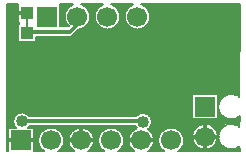
<source format=gbl>
G04 DipTrace 2.4.0.2*
%INSquishyDuino.gbl*%
%MOIN*%
%ADD13C,0.013*%
%ADD14C,0.0061*%
%ADD15R,0.0394X0.0433*%
%ADD16R,0.0669X0.0669*%
%ADD17C,0.0669*%
%ADD22C,0.04*%
%FSLAX44Y44*%
G04*
G70*
G90*
G75*
G01*
%LNBottom*%
%LPD*%
X8661Y5107D2*
D13*
Y5121D1*
X4628D1*
X4786Y8063D2*
X4834D1*
X4790Y8107D1*
X6223D1*
X6411Y8294D1*
Y8545D1*
X6473Y8607D1*
X4786Y8063D2*
D14*
Y8732D1*
D22*
X8661Y5107D3*
X4628Y5121D3*
D3*
X10941Y8308D3*
Y8808D3*
X9566D3*
Y8308D3*
X11503D3*
Y8808D3*
X11661Y6919D3*
X9065Y8808D3*
Y8308D3*
X4125Y8956D2*
D14*
X4488D1*
X5908D2*
X6216D1*
X6730D2*
X7216D1*
X7730D2*
X8217D1*
X8730D2*
X11871D1*
X4125Y8896D2*
X4488D1*
X5908D2*
X6149D1*
X6797D2*
X7149D1*
X7797D2*
X8149D1*
X8797D2*
X11871D1*
X4125Y8835D2*
X4488D1*
X5908D2*
X6104D1*
X6843D2*
X7104D1*
X7843D2*
X8104D1*
X8843D2*
X11871D1*
X4125Y8775D2*
X4488D1*
X5908D2*
X6072D1*
X6874D2*
X7072D1*
X7874D2*
X8072D1*
X8873D2*
X11871D1*
X4125Y8715D2*
X4488D1*
X5908D2*
X6051D1*
X6895D2*
X7051D1*
X7895D2*
X8051D1*
X8895D2*
X11871D1*
X4125Y8655D2*
X4488D1*
X5908D2*
X6041D1*
X6905D2*
X7041D1*
X7905D2*
X8041D1*
X8905D2*
X11871D1*
X4125Y8595D2*
X4488D1*
X5908D2*
X6038D1*
X6908D2*
X7038D1*
X7908D2*
X8038D1*
X8908D2*
X11871D1*
X4125Y8535D2*
X4488D1*
X5908D2*
X6044D1*
X6902D2*
X7044D1*
X7902D2*
X8044D1*
X8902D2*
X11871D1*
X4125Y8475D2*
X4488D1*
X5908D2*
X6059D1*
X6887D2*
X7059D1*
X7887D2*
X8059D1*
X8888D2*
X11871D1*
X4125Y8415D2*
X4531D1*
X5908D2*
X6083D1*
X6863D2*
X7083D1*
X7863D2*
X8083D1*
X8863D2*
X11871D1*
X4125Y8355D2*
X4488D1*
X5908D2*
X6120D1*
X6827D2*
X7119D1*
X7827D2*
X8120D1*
X8826D2*
X11871D1*
X4125Y8295D2*
X4488D1*
X5908D2*
X6173D1*
X6773D2*
X7173D1*
X7774D2*
X8173D1*
X8774D2*
X11871D1*
X4125Y8234D2*
X4488D1*
X6692D2*
X7254D1*
X7692D2*
X8254D1*
X8692D2*
X11871D1*
X4125Y8174D2*
X4488D1*
X6509D2*
X11871D1*
X4125Y8114D2*
X4488D1*
X6448D2*
X11871D1*
X4125Y8054D2*
X4488D1*
X6388D2*
X11871D1*
X4125Y7994D2*
X4488D1*
X6329D2*
X11871D1*
X4125Y7934D2*
X4488D1*
X6268D2*
X11871D1*
X4125Y7874D2*
X4488D1*
X5083D2*
X11871D1*
X4125Y7814D2*
X4488D1*
X5083D2*
X11871D1*
X4125Y7754D2*
X4488D1*
X5083D2*
X11871D1*
X4125Y7694D2*
X11871D1*
X4125Y7633D2*
X11871D1*
X4125Y7573D2*
X11871D1*
X4125Y7513D2*
X11871D1*
X4125Y7453D2*
X11871D1*
X4125Y7393D2*
X11871D1*
X4125Y7333D2*
X11871D1*
X4125Y7273D2*
X11871D1*
X4125Y7213D2*
X11871D1*
X4125Y7153D2*
X11871D1*
X4125Y7092D2*
X11871D1*
X4125Y7032D2*
X11871D1*
X4125Y6972D2*
X11871D1*
X4125Y6912D2*
X11871D1*
X4125Y6852D2*
X11871D1*
X4125Y6792D2*
X11871D1*
X4125Y6732D2*
X11871D1*
X4125Y6672D2*
X11871D1*
X4125Y6612D2*
X11871D1*
X4125Y6552D2*
X11871D1*
X4125Y6491D2*
X11871D1*
X4125Y6431D2*
X11871D1*
X4125Y6371D2*
X11871D1*
X4125Y6311D2*
X11871D1*
X4125Y6251D2*
X11871D1*
X4125Y6191D2*
X11871D1*
X4125Y6131D2*
X11871D1*
X4125Y6071D2*
X11871D1*
X4125Y6011D2*
X10289D1*
X11159D2*
X11451D1*
X11748D2*
X11871D1*
X4125Y5950D2*
X10289D1*
X11159D2*
X11339D1*
X4125Y5890D2*
X10289D1*
X11159D2*
X11274D1*
X4125Y5830D2*
X10289D1*
X11159D2*
X11230D1*
X4125Y5770D2*
X10289D1*
X11159D2*
X11200D1*
X4125Y5710D2*
X10289D1*
X11159D2*
X11179D1*
X4125Y5650D2*
X10289D1*
X4125Y5590D2*
X10289D1*
X4125Y5530D2*
X10289D1*
X4125Y5470D2*
X10289D1*
X11159D2*
X11190D1*
X4125Y5410D2*
X4565D1*
X4690D2*
X10289D1*
X11159D2*
X11217D1*
X4125Y5349D2*
X4436D1*
X4819D2*
X8488D1*
X8834D2*
X10289D1*
X11159D2*
X11256D1*
X4125Y5289D2*
X4381D1*
X4876D2*
X8424D1*
X8898D2*
X10289D1*
X11159D2*
X11313D1*
X4125Y5229D2*
X4348D1*
X8935D2*
X10289D1*
X11159D2*
X11402D1*
X11797D2*
X11871D1*
X4125Y5169D2*
X4332D1*
X8955D2*
X11871D1*
X4125Y5109D2*
X4328D1*
X8962D2*
X11871D1*
X4125Y5049D2*
X4336D1*
X8956D2*
X11871D1*
X4125Y4989D2*
X4359D1*
X8937D2*
X10518D1*
X10931D2*
X11400D1*
X11798D2*
X11871D1*
X4125Y4929D2*
X4399D1*
X4857D2*
X8420D1*
X8901D2*
X10431D1*
X11017D2*
X11312D1*
X4125Y4869D2*
X4163D1*
X5033D2*
X5406D1*
X5789D2*
X6406D1*
X6789D2*
X7406D1*
X7789D2*
X8406D1*
X8840D2*
X9406D1*
X9790D2*
X10376D1*
X11073D2*
X11256D1*
X4125Y4808D2*
X4163D1*
X5033D2*
X5313D1*
X5882D2*
X6314D1*
X6882D2*
X7314D1*
X7882D2*
X8314D1*
X8882D2*
X9314D1*
X9882D2*
X10338D1*
X11110D2*
X11217D1*
X4125Y4748D2*
X4163D1*
X5033D2*
X5256D1*
X5940D2*
X6256D1*
X6940D2*
X7256D1*
X7940D2*
X8256D1*
X8941D2*
X9256D1*
X9941D2*
X10312D1*
X11136D2*
X11191D1*
X4125Y4688D2*
X4163D1*
X5033D2*
X5216D1*
X5980D2*
X6215D1*
X6980D2*
X7215D1*
X7980D2*
X8215D1*
X8980D2*
X9215D1*
X9980D2*
X10297D1*
X11153D2*
X11175D1*
X4125Y4628D2*
X4163D1*
X5033D2*
X5189D1*
X6007D2*
X6189D1*
X7007D2*
X7189D1*
X8008D2*
X8188D1*
X9008D2*
X9188D1*
X10008D2*
X10289D1*
X4125Y4568D2*
X4163D1*
X5033D2*
X5171D1*
X6024D2*
X6171D1*
X7024D2*
X7171D1*
X8024D2*
X8171D1*
X9024D2*
X9171D1*
X10024D2*
X10291D1*
X4125Y4508D2*
X4163D1*
X5033D2*
X5164D1*
X6032D2*
X6164D1*
X7032D2*
X7164D1*
X8033D2*
X8164D1*
X9033D2*
X9163D1*
X10033D2*
X10302D1*
X11148D2*
X11180D1*
X4125Y4448D2*
X4163D1*
X5033D2*
X5164D1*
X6032D2*
X6164D1*
X7032D2*
X7164D1*
X8032D2*
X8165D1*
X9032D2*
X9164D1*
X10032D2*
X10321D1*
X11128D2*
X11200D1*
X4125Y4388D2*
X4163D1*
X5033D2*
X5173D1*
X6022D2*
X6173D1*
X7023D2*
X7173D1*
X8023D2*
X8173D1*
X9023D2*
X9173D1*
X10023D2*
X10351D1*
X11098D2*
X11230D1*
X4125Y4328D2*
X4163D1*
X5033D2*
X5192D1*
X6005D2*
X6191D1*
X7005D2*
X7191D1*
X8005D2*
X8191D1*
X9005D2*
X9191D1*
X10005D2*
X10395D1*
X11054D2*
X11275D1*
X4125Y4268D2*
X4163D1*
X5033D2*
X5220D1*
X5976D2*
X6220D1*
X6976D2*
X7220D1*
X7976D2*
X8220D1*
X8976D2*
X9220D1*
X9976D2*
X10459D1*
X10990D2*
X11340D1*
X4125Y4207D2*
X4163D1*
X5033D2*
X5262D1*
X5934D2*
X6262D1*
X6934D2*
X7261D1*
X7934D2*
X8261D1*
X8934D2*
X9261D1*
X9934D2*
X10568D1*
X10880D2*
X11453D1*
X11745D2*
X11871D1*
X4125Y4147D2*
X4163D1*
X5033D2*
X5323D1*
X5873D2*
X6323D1*
X6874D2*
X7323D1*
X7874D2*
X8323D1*
X8873D2*
X9323D1*
X9873D2*
X11871D1*
X4175Y4911D2*
X4421D1*
X4392Y4945D1*
X4375Y4970D1*
X4360Y4997D1*
X4349Y5026D1*
X4341Y5055D1*
X4335Y5086D1*
X4333Y5116D1*
X4335Y5147D1*
X4339Y5177D1*
X4346Y5207D1*
X4357Y5236D1*
X4370Y5264D1*
X4387Y5290D1*
X4406Y5314D1*
X4427Y5336D1*
X4450Y5356D1*
X4476Y5373D1*
X4503Y5387D1*
X4531Y5399D1*
X4561Y5407D1*
X4591Y5413D1*
X4622Y5415D1*
X4652Y5414D1*
X4683Y5410D1*
X4713Y5403D1*
X4741Y5392D1*
X4769Y5379D1*
X4795Y5363D1*
X4820Y5344D1*
X4842Y5323D1*
X4875Y5280D1*
X8423D1*
X8438Y5300D1*
X8460Y5322D1*
X8483Y5342D1*
X8509Y5359D1*
X8536Y5374D1*
X8564Y5385D1*
X8594Y5394D1*
X8624Y5399D1*
X8655Y5401D1*
X8685Y5400D1*
X8716Y5396D1*
X8745Y5389D1*
X8774Y5379D1*
X8802Y5365D1*
X8828Y5349D1*
X8852Y5331D1*
X8875Y5309D1*
X8895Y5286D1*
X8912Y5261D1*
X8927Y5234D1*
X8938Y5205D1*
X8947Y5176D1*
X8953Y5146D1*
X8955Y5107D1*
X8954Y5076D1*
X8949Y5046D1*
X8941Y5016D1*
X8930Y4988D1*
X8916Y4960D1*
X8900Y4934D1*
X8880Y4910D1*
X8859Y4889D1*
X8812Y4854D1*
X8854Y4826D1*
X8892Y4795D1*
X8926Y4759D1*
X8955Y4720D1*
X8980Y4677D1*
X9000Y4633D1*
X9014Y4586D1*
X9024Y4537D1*
X9027Y4488D1*
X9025Y4439D1*
X9017Y4390D1*
X9004Y4343D1*
X8986Y4297D1*
X8962Y4254D1*
X8934Y4214D1*
X8901Y4178D1*
X8864Y4145D1*
X8827Y4119D1*
X9369D1*
X9315Y4159D1*
X9272Y4202D1*
X9236Y4251D1*
X9207Y4305D1*
X9185Y4363D1*
X9173Y4423D1*
X9169Y4484D1*
X9174Y4545D1*
X9187Y4605D1*
X9209Y4663D1*
X9239Y4716D1*
X9276Y4765D1*
X9320Y4808D1*
X9369Y4845D1*
X9423Y4874D1*
X9481Y4895D1*
X9541Y4907D1*
X9602Y4911D1*
X9663Y4906D1*
X9723Y4892D1*
X9780Y4870D1*
X9834Y4840D1*
X9883Y4803D1*
X9926Y4759D1*
X9962Y4709D1*
X9990Y4655D1*
X10011Y4598D1*
X10024Y4537D1*
X10027Y4482D1*
X10023Y4420D1*
X10010Y4360D1*
X9988Y4303D1*
X9959Y4249D1*
X9922Y4200D1*
X9879Y4157D1*
X9827Y4119D1*
X11877D1*
X11875Y4285D1*
X11826Y4249D1*
X11772Y4220D1*
X11714Y4199D1*
X11654Y4187D1*
X11593Y4184D1*
X11531Y4189D1*
X11472Y4203D1*
X11415Y4226D1*
X11361Y4256D1*
X11313Y4294D1*
X11271Y4339D1*
X11235Y4389D1*
X11207Y4443D1*
X11188Y4502D1*
X11176Y4562D1*
X11174Y4623D1*
X11180Y4684D1*
X11195Y4744D1*
X11219Y4800D1*
X11250Y4853D1*
X11289Y4901D1*
X11334Y4942D1*
X11385Y4977D1*
X11440Y5004D1*
X11498Y5023D1*
X11559Y5033D1*
X11620Y5035D1*
X11681Y5027D1*
X11740Y5011D1*
X11796Y4987D1*
X11849Y4955D1*
X11876Y4933D1*
X11877Y5286D1*
X11826Y5249D1*
X11772Y5220D1*
X11714Y5199D1*
X11654Y5187D1*
X11593Y5184D1*
X11531Y5189D1*
X11472Y5203D1*
X11415Y5226D1*
X11361Y5256D1*
X11313Y5294D1*
X11271Y5339D1*
X11235Y5389D1*
X11207Y5443D1*
X11188Y5502D1*
X11176Y5562D1*
X11174Y5623D1*
X11180Y5684D1*
X11195Y5744D1*
X11219Y5800D1*
X11250Y5853D1*
X11289Y5901D1*
X11334Y5942D1*
X11385Y5977D1*
X11440Y6004D1*
X11498Y6023D1*
X11559Y6033D1*
X11620Y6035D1*
X11681Y6027D1*
X11740Y6011D1*
X11796Y5987D1*
X11849Y5955D1*
X11876Y5933D1*
X11877Y8940D1*
Y9016D1*
X8603D1*
X8655Y8996D1*
X8709Y8966D1*
X8758Y8928D1*
X8801Y8884D1*
X8837Y8835D1*
X8866Y8781D1*
X8886Y8723D1*
X8899Y8663D1*
X8902Y8607D1*
X8898Y8546D1*
X8885Y8486D1*
X8863Y8428D1*
X8834Y8375D1*
X8797Y8325D1*
X8754Y8282D1*
X8704Y8245D1*
X8650Y8216D1*
X8593Y8195D1*
X8533Y8182D1*
X8472Y8178D1*
X8411Y8182D1*
X8351Y8196D1*
X8293Y8217D1*
X8239Y8247D1*
X8190Y8284D1*
X8147Y8328D1*
X8111Y8377D1*
X8082Y8431D1*
X8061Y8488D1*
X8048Y8549D1*
X8044Y8610D1*
X8049Y8671D1*
X8062Y8731D1*
X8084Y8788D1*
X8114Y8842D1*
X8151Y8891D1*
X8195Y8934D1*
X8244Y8970D1*
X8298Y8999D1*
X8342Y9016D1*
X7604D1*
X7655Y8996D1*
X7709Y8966D1*
X7758Y8928D1*
X7801Y8884D1*
X7837Y8835D1*
X7866Y8781D1*
X7886Y8723D1*
X7899Y8663D1*
X7902Y8607D1*
X7898Y8546D1*
X7885Y8486D1*
X7863Y8428D1*
X7834Y8375D1*
X7797Y8325D1*
X7754Y8282D1*
X7704Y8245D1*
X7650Y8216D1*
X7593Y8195D1*
X7533Y8182D1*
X7472Y8178D1*
X7411Y8182D1*
X7351Y8196D1*
X7293Y8217D1*
X7239Y8247D1*
X7190Y8284D1*
X7147Y8328D1*
X7111Y8377D1*
X7082Y8431D1*
X7061Y8488D1*
X7048Y8549D1*
X7044Y8610D1*
X7049Y8671D1*
X7062Y8731D1*
X7084Y8788D1*
X7114Y8842D1*
X7151Y8891D1*
X7195Y8934D1*
X7244Y8970D1*
X7298Y8999D1*
X7342Y9016D1*
X6604D1*
X6655Y8996D1*
X6709Y8966D1*
X6758Y8928D1*
X6801Y8884D1*
X6837Y8835D1*
X6866Y8781D1*
X6886Y8723D1*
X6899Y8663D1*
X6902Y8607D1*
X6898Y8546D1*
X6885Y8486D1*
X6863Y8428D1*
X6834Y8375D1*
X6797Y8325D1*
X6754Y8282D1*
X6704Y8245D1*
X6650Y8216D1*
X6593Y8195D1*
X6533Y8182D1*
X6507Y8179D1*
X6267Y7938D1*
X6240Y7923D1*
X6223Y7920D1*
X5077D1*
Y7751D1*
X4494D1*
Y8374D1*
X4538D1*
X4537Y8421D1*
X4494D1*
Y9016D1*
X4119Y9015D1*
Y4119D1*
X4169Y4120D1*
Y4911D1*
X4175D1*
X10326Y6039D2*
X11154D1*
Y5180D1*
X10295D1*
Y6039D1*
X10326D1*
X11154Y4603D2*
X11150Y4554D1*
X11141Y4506D1*
X11126Y4459D1*
X11107Y4414D1*
X11082Y4372D1*
X11052Y4333D1*
X11019Y4297D1*
X10981Y4265D1*
X10940Y4238D1*
X10896Y4216D1*
X10850Y4199D1*
X10802Y4187D1*
X10754Y4181D1*
X10705D1*
X10656Y4186D1*
X10608Y4196D1*
X10561Y4212D1*
X10517Y4234D1*
X10476Y4260D1*
X10437Y4290D1*
X10403Y4325D1*
X10372Y4364D1*
X10347Y4406D1*
X10326Y4450D1*
X10310Y4497D1*
X10300Y4545D1*
X10295Y4594D1*
X10296Y4643D1*
X10303Y4692D1*
X10315Y4739D1*
X10333Y4785D1*
X10355Y4829D1*
X10383Y4869D1*
X10415Y4907D1*
X10451Y4940D1*
X10490Y4969D1*
X10533Y4994D1*
X10578Y5013D1*
X10625Y5027D1*
X10673Y5036D1*
X10722Y5039D1*
X10771Y5036D1*
X10820Y5028D1*
X10867Y5014D1*
X10912Y4995D1*
X10955Y4971D1*
X10995Y4943D1*
X11031Y4910D1*
X11064Y4873D1*
X11091Y4832D1*
X11114Y4789D1*
X11132Y4743D1*
X11145Y4696D1*
X11152Y4647D1*
X11154Y4603D1*
X5902Y9016D2*
Y8293D1*
X6180D1*
X6147Y8328D1*
X6111Y8377D1*
X6082Y8431D1*
X6061Y8488D1*
X6048Y8549D1*
X6044Y8610D1*
X6049Y8671D1*
X6062Y8731D1*
X6084Y8788D1*
X6114Y8842D1*
X6151Y8891D1*
X6195Y8934D1*
X6244Y8970D1*
X6298Y8999D1*
X6342Y9016D1*
X5903D1*
X4876Y4962D2*
X4847Y4924D1*
X4835Y4911D1*
X5027D1*
Y4118D1*
X5369Y4119D1*
X5315Y4159D1*
X5272Y4202D1*
X5236Y4251D1*
X5207Y4305D1*
X5185Y4363D1*
X5173Y4423D1*
X5169Y4484D1*
X5174Y4545D1*
X5187Y4605D1*
X5209Y4663D1*
X5239Y4716D1*
X5276Y4765D1*
X5320Y4808D1*
X5369Y4845D1*
X5423Y4874D1*
X5481Y4895D1*
X5541Y4907D1*
X5602Y4911D1*
X5663Y4906D1*
X5723Y4892D1*
X5780Y4870D1*
X5834Y4840D1*
X5883Y4803D1*
X5926Y4759D1*
X5962Y4709D1*
X5990Y4655D1*
X6011Y4598D1*
X6024Y4537D1*
X6027Y4482D1*
X6023Y4420D1*
X6010Y4360D1*
X5988Y4303D1*
X5959Y4249D1*
X5922Y4200D1*
X5879Y4157D1*
X5827Y4119D1*
X6369D1*
X6325Y4151D1*
X6289Y4184D1*
X6257Y4221D1*
X6229Y4262D1*
X6207Y4305D1*
X6189Y4351D1*
X6177Y4399D1*
X6170Y4448D1*
X6169Y4497D1*
X6174Y4545D1*
X6184Y4594D1*
X6199Y4640D1*
X6220Y4685D1*
X6245Y4727D1*
X6276Y4765D1*
X6310Y4800D1*
X6349Y4831D1*
X6390Y4857D1*
X6434Y4878D1*
X6481Y4895D1*
X6529Y4905D1*
X6578Y4910D1*
X6627D1*
X6675Y4904D1*
X6723Y4892D1*
X6769Y4875D1*
X6813Y4853D1*
X6854Y4826D1*
X6892Y4795D1*
X6926Y4759D1*
X6955Y4720D1*
X6980Y4677D1*
X7000Y4633D1*
X7014Y4586D1*
X7024Y4537D1*
X7027Y4488D1*
X7025Y4439D1*
X7017Y4390D1*
X7004Y4343D1*
X6986Y4297D1*
X6962Y4254D1*
X6934Y4214D1*
X6901Y4178D1*
X6864Y4145D1*
X6827Y4119D1*
X7369D1*
X7315Y4159D1*
X7272Y4202D1*
X7236Y4251D1*
X7207Y4305D1*
X7185Y4363D1*
X7173Y4423D1*
X7169Y4484D1*
X7174Y4545D1*
X7187Y4605D1*
X7209Y4663D1*
X7239Y4716D1*
X7276Y4765D1*
X7320Y4808D1*
X7369Y4845D1*
X7423Y4874D1*
X7481Y4895D1*
X7541Y4907D1*
X7602Y4911D1*
X7663Y4906D1*
X7723Y4892D1*
X7780Y4870D1*
X7834Y4840D1*
X7883Y4803D1*
X7926Y4759D1*
X7962Y4709D1*
X7990Y4655D1*
X8011Y4598D1*
X8024Y4537D1*
X8027Y4482D1*
X8023Y4420D1*
X8010Y4360D1*
X7988Y4303D1*
X7959Y4249D1*
X7922Y4200D1*
X7879Y4157D1*
X7827Y4119D1*
X8369D1*
X8325Y4151D1*
X8289Y4184D1*
X8257Y4221D1*
X8229Y4262D1*
X8207Y4305D1*
X8189Y4351D1*
X8177Y4399D1*
X8170Y4448D1*
X8169Y4497D1*
X8174Y4545D1*
X8184Y4594D1*
X8199Y4640D1*
X8220Y4685D1*
X8245Y4727D1*
X8276Y4765D1*
X8310Y4800D1*
X8349Y4831D1*
X8390Y4857D1*
X8434Y4878D1*
X8463Y4889D1*
X8424Y4931D1*
X8405Y4961D1*
X4875D1*
X4847Y4924D1*
X4835Y4911D1*
X4421D2*
X4392Y4945D1*
X4375Y4970D1*
X4360Y4997D1*
X4349Y5026D1*
X4341Y5055D1*
X4335Y5086D1*
X4333Y5116D1*
X4335Y5147D1*
X4339Y5177D1*
X4346Y5207D1*
X4357Y5236D1*
X4370Y5264D1*
X4387Y5290D1*
X4406Y5314D1*
X4427Y5336D1*
X4450Y5356D1*
X4476Y5373D1*
X4503Y5387D1*
X4531Y5399D1*
X4561Y5407D1*
X4591Y5413D1*
X4622Y5415D1*
X4652Y5414D1*
X4683Y5410D1*
X4713Y5403D1*
X4741Y5392D1*
X4769Y5379D1*
X4795Y5363D1*
X4820Y5344D1*
X4842Y5323D1*
X4875Y5280D1*
X4169Y4482D2*
D13*
X5027D1*
X6598Y4911D2*
Y4482D1*
X6169D2*
X7027D1*
X8169D2*
X9027D1*
X10724Y5039D2*
Y4180D1*
X10295Y4609D2*
X11154D1*
X4494Y8732D2*
X4786D1*
D16*
X4598Y4482D3*
D17*
X5598D3*
X6598D3*
X7598D3*
X8598D3*
X9598D3*
D16*
X10724Y5609D3*
D17*
Y4609D3*
D16*
X5473Y8607D3*
D17*
X6473D3*
X7473D3*
X8473D3*
D15*
X4786Y8732D3*
Y8063D3*
M02*

</source>
